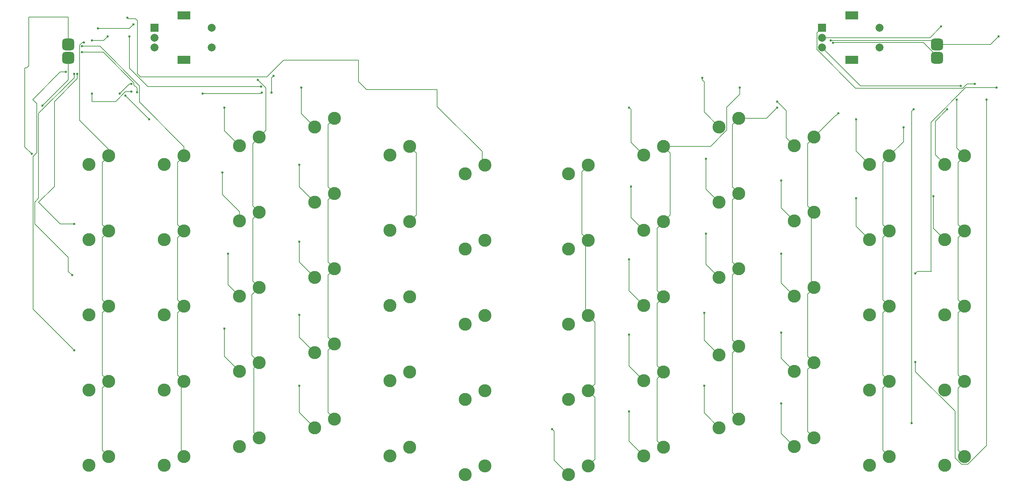
<source format=gbr>
%TF.GenerationSoftware,KiCad,Pcbnew,9.0.5*%
%TF.CreationDate,2025-12-19T18:50:02-08:00*%
%TF.ProjectId,bluekeeb,626c7565-6b65-4656-922e-6b696361645f,rev?*%
%TF.SameCoordinates,Original*%
%TF.FileFunction,Copper,L2,Bot*%
%TF.FilePolarity,Positive*%
%FSLAX46Y46*%
G04 Gerber Fmt 4.6, Leading zero omitted, Abs format (unit mm)*
G04 Created by KiCad (PCBNEW 9.0.5) date 2025-12-19 18:50:02*
%MOMM*%
%LPD*%
G01*
G04 APERTURE LIST*
G04 Aperture macros list*
%AMRoundRect*
0 Rectangle with rounded corners*
0 $1 Rounding radius*
0 $2 $3 $4 $5 $6 $7 $8 $9 X,Y pos of 4 corners*
0 Add a 4 corners polygon primitive as box body*
4,1,4,$2,$3,$4,$5,$6,$7,$8,$9,$2,$3,0*
0 Add four circle primitives for the rounded corners*
1,1,$1+$1,$2,$3*
1,1,$1+$1,$4,$5*
1,1,$1+$1,$6,$7*
1,1,$1+$1,$8,$9*
0 Add four rect primitives between the rounded corners*
20,1,$1+$1,$2,$3,$4,$5,0*
20,1,$1+$1,$4,$5,$6,$7,0*
20,1,$1+$1,$6,$7,$8,$9,0*
20,1,$1+$1,$8,$9,$2,$3,0*%
G04 Aperture macros list end*
%TA.AperFunction,ComponentPad*%
%ADD10RoundRect,0.750000X0.750000X0.750000X-0.750000X0.750000X-0.750000X-0.750000X0.750000X-0.750000X0*%
%TD*%
%TA.AperFunction,ComponentPad*%
%ADD11R,2.000000X2.000000*%
%TD*%
%TA.AperFunction,ComponentPad*%
%ADD12C,2.000000*%
%TD*%
%TA.AperFunction,ComponentPad*%
%ADD13R,3.200000X2.000000*%
%TD*%
%TA.AperFunction,ComponentPad*%
%ADD14C,3.300000*%
%TD*%
%TA.AperFunction,ViaPad*%
%ADD15C,0.600000*%
%TD*%
%TA.AperFunction,Conductor*%
%ADD16C,0.200000*%
%TD*%
G04 APERTURE END LIST*
D10*
%TO.P,U2,16,GND*%
%TO.N,GND*%
X260000000Y-25500000D03*
%TO.P,U2,15,BAT*%
%TO.N,/right/vbat*%
X260000000Y-28900000D03*
%TD*%
D11*
%TO.P,SW62,A,A*%
%TO.N,Net-(U2-NFC1)*%
X230875000Y-21312500D03*
D12*
%TO.P,SW62,B,B*%
%TO.N,Net-(U2-NFC2)*%
X230875000Y-26312500D03*
%TO.P,SW62,C,C*%
%TO.N,Net-(SW62-PadC)*%
X230875000Y-23812500D03*
D13*
%TO.P,SW62,MP*%
%TO.N,N/C*%
X238375000Y-18212500D03*
X238375000Y-29412500D03*
D12*
%TO.P,SW62,S1*%
X245375000Y-26312500D03*
%TO.P,SW62,S2*%
X245375000Y-21312500D03*
%TD*%
D11*
%TO.P,SW61,A,A*%
%TO.N,Net-(U1-NFC1)*%
X61806250Y-21312500D03*
D12*
%TO.P,SW61,B,B*%
%TO.N,Net-(U1-NFC2)*%
X61806250Y-26312500D03*
%TO.P,SW61,C,C*%
%TO.N,Net-(SW61-PadC)*%
X61806250Y-23812500D03*
D13*
%TO.P,SW61,MP*%
%TO.N,N/C*%
X69306250Y-18212500D03*
X69306250Y-29412500D03*
D12*
%TO.P,SW61,S1*%
X76306250Y-26312500D03*
%TO.P,SW61,S2*%
X76306250Y-21312500D03*
%TD*%
D14*
%TO.P,SW1,1,1*%
%TO.N,/left/col0*%
X50243750Y-53756250D03*
%TO.P,SW1,2,2*%
%TO.N,Net-(D1-A)*%
X45243750Y-55956250D03*
%TD*%
%TO.P,SW2,1,1*%
%TO.N,/right/col0*%
X171687500Y-56137500D03*
%TO.P,SW2,2,2*%
%TO.N,Net-(D2-A)*%
X166687500Y-58337500D03*
%TD*%
%TO.P,SW3,1,1*%
%TO.N,/left/col1*%
X69293750Y-53756250D03*
%TO.P,SW3,2,2*%
%TO.N,Net-(D3-A)*%
X64293750Y-55956250D03*
%TD*%
%TO.P,SW4,1,1*%
%TO.N,/right/col1*%
X190737500Y-51375000D03*
%TO.P,SW4,2,2*%
%TO.N,Net-(D4-A)*%
X185737500Y-53575000D03*
%TD*%
%TO.P,SW5,1,1*%
%TO.N,/left/col2*%
X88343750Y-48993750D03*
%TO.P,SW5,2,2*%
%TO.N,Net-(D5-A)*%
X83343750Y-51193750D03*
%TD*%
%TO.P,SW6,1,1*%
%TO.N,/right/col2*%
X209787500Y-44231250D03*
%TO.P,SW6,2,2*%
%TO.N,Net-(D6-A)*%
X204787500Y-46431250D03*
%TD*%
%TO.P,SW7,1,1*%
%TO.N,/left/col3*%
X107393750Y-44231250D03*
%TO.P,SW7,2,2*%
%TO.N,Net-(D7-A)*%
X102393750Y-46431250D03*
%TD*%
%TO.P,SW8,1,1*%
%TO.N,/right/col3*%
X228837500Y-48993750D03*
%TO.P,SW8,2,2*%
%TO.N,Net-(D8-A)*%
X223837500Y-51193750D03*
%TD*%
%TO.P,SW9,1,1*%
%TO.N,/left/col4*%
X126443750Y-51375000D03*
%TO.P,SW9,2,2*%
%TO.N,Net-(D9-A)*%
X121443750Y-53575000D03*
%TD*%
%TO.P,SW10,1,1*%
%TO.N,/right/col4*%
X247887500Y-53756250D03*
%TO.P,SW10,2,2*%
%TO.N,Net-(D10-A)*%
X242887500Y-55956250D03*
%TD*%
%TO.P,SW11,1,1*%
%TO.N,/left/col5*%
X145493750Y-56137500D03*
%TO.P,SW11,2,2*%
%TO.N,Net-(D11-A)*%
X140493750Y-58337500D03*
%TD*%
%TO.P,SW12,1,1*%
%TO.N,/right/col5*%
X266937500Y-53756250D03*
%TO.P,SW12,2,2*%
%TO.N,Net-(D12-A)*%
X261937500Y-55956250D03*
%TD*%
%TO.P,SW13,1,1*%
%TO.N,/left/col0*%
X50243750Y-72806250D03*
%TO.P,SW13,2,2*%
%TO.N,Net-(D13-A)*%
X45243750Y-75006250D03*
%TD*%
%TO.P,SW14,1,1*%
%TO.N,/right/col0*%
X171687500Y-75187500D03*
%TO.P,SW14,2,2*%
%TO.N,Net-(D14-A)*%
X166687500Y-77387500D03*
%TD*%
%TO.P,SW15,1,1*%
%TO.N,/left/col0*%
X50243750Y-91856250D03*
%TO.P,SW15,2,2*%
%TO.N,Net-(D15-A)*%
X45243750Y-94056250D03*
%TD*%
%TO.P,SW16,1,1*%
%TO.N,/right/col0*%
X171687500Y-94237500D03*
%TO.P,SW16,2,2*%
%TO.N,Net-(D16-A)*%
X166687500Y-96437500D03*
%TD*%
%TO.P,SW17,1,1*%
%TO.N,/left/col0*%
X50243750Y-110906250D03*
%TO.P,SW17,2,2*%
%TO.N,Net-(D17-A)*%
X45243750Y-113106250D03*
%TD*%
%TO.P,SW18,1,1*%
%TO.N,/right/col0*%
X171687500Y-113287500D03*
%TO.P,SW18,2,2*%
%TO.N,Net-(D18-A)*%
X166687500Y-115487500D03*
%TD*%
%TO.P,SW19,1,1*%
%TO.N,/left/col0*%
X50243750Y-129956250D03*
%TO.P,SW19,2,2*%
%TO.N,Net-(D19-A)*%
X45243750Y-132156250D03*
%TD*%
%TO.P,SW20,1,1*%
%TO.N,/right/col0*%
X171687500Y-132337500D03*
%TO.P,SW20,2,2*%
%TO.N,Net-(D20-A)*%
X166687500Y-134537500D03*
%TD*%
%TO.P,SW21,1,1*%
%TO.N,/left/col1*%
X69293750Y-72806250D03*
%TO.P,SW21,2,2*%
%TO.N,Net-(D21-A)*%
X64293750Y-75006250D03*
%TD*%
%TO.P,SW22,1,1*%
%TO.N,/right/col1*%
X190737500Y-70425000D03*
%TO.P,SW22,2,2*%
%TO.N,Net-(D22-A)*%
X185737500Y-72625000D03*
%TD*%
%TO.P,SW23,1,1*%
%TO.N,/left/col1*%
X69293750Y-91856250D03*
%TO.P,SW23,2,2*%
%TO.N,Net-(D23-A)*%
X64293750Y-94056250D03*
%TD*%
%TO.P,SW24,1,1*%
%TO.N,/right/col1*%
X190737500Y-89475000D03*
%TO.P,SW24,2,2*%
%TO.N,Net-(D24-A)*%
X185737500Y-91675000D03*
%TD*%
%TO.P,SW25,1,1*%
%TO.N,/left/col1*%
X69293750Y-110906250D03*
%TO.P,SW25,2,2*%
%TO.N,Net-(D25-A)*%
X64293750Y-113106250D03*
%TD*%
%TO.P,SW26,1,1*%
%TO.N,/right/col1*%
X190737500Y-108525000D03*
%TO.P,SW26,2,2*%
%TO.N,Net-(D26-A)*%
X185737500Y-110725000D03*
%TD*%
%TO.P,SW27,1,1*%
%TO.N,/left/col1*%
X69293750Y-129956250D03*
%TO.P,SW27,2,2*%
%TO.N,Net-(D27-A)*%
X64293750Y-132156250D03*
%TD*%
%TO.P,SW28,1,1*%
%TO.N,/right/col1*%
X190737500Y-127575000D03*
%TO.P,SW28,2,2*%
%TO.N,Net-(D28-A)*%
X185737500Y-129775000D03*
%TD*%
%TO.P,SW29,1,1*%
%TO.N,/left/col2*%
X88343750Y-68043750D03*
%TO.P,SW29,2,2*%
%TO.N,Net-(D29-A)*%
X83343750Y-70243750D03*
%TD*%
%TO.P,SW30,1,1*%
%TO.N,/right/col2*%
X209787500Y-63281250D03*
%TO.P,SW30,2,2*%
%TO.N,Net-(D30-A)*%
X204787500Y-65481250D03*
%TD*%
%TO.P,SW31,1,1*%
%TO.N,/left/col2*%
X88343750Y-87093750D03*
%TO.P,SW31,2,2*%
%TO.N,Net-(D31-A)*%
X83343750Y-89293750D03*
%TD*%
%TO.P,SW32,1,1*%
%TO.N,/right/col2*%
X209787500Y-82331250D03*
%TO.P,SW32,2,2*%
%TO.N,Net-(D32-A)*%
X204787500Y-84531250D03*
%TD*%
%TO.P,SW33,1,1*%
%TO.N,/left/col2*%
X88343750Y-106143750D03*
%TO.P,SW33,2,2*%
%TO.N,Net-(D33-A)*%
X83343750Y-108343750D03*
%TD*%
%TO.P,SW34,1,1*%
%TO.N,/right/col2*%
X209787500Y-102018750D03*
%TO.P,SW34,2,2*%
%TO.N,Net-(D34-A)*%
X204787500Y-104218750D03*
%TD*%
%TO.P,SW35,1,1*%
%TO.N,/left/col2*%
X88343750Y-125193750D03*
%TO.P,SW35,2,2*%
%TO.N,Net-(D35-A)*%
X83343750Y-127393750D03*
%TD*%
%TO.P,SW36,1,1*%
%TO.N,/right/col2*%
X209787500Y-120431250D03*
%TO.P,SW36,2,2*%
%TO.N,Net-(D36-A)*%
X204787500Y-122631250D03*
%TD*%
%TO.P,SW37,1,1*%
%TO.N,/left/col3*%
X107393750Y-63281250D03*
%TO.P,SW37,2,2*%
%TO.N,Net-(D37-A)*%
X102393750Y-65481250D03*
%TD*%
%TO.P,SW38,1,1*%
%TO.N,/right/col3*%
X228837500Y-68043750D03*
%TO.P,SW38,2,2*%
%TO.N,Net-(D38-A)*%
X223837500Y-70243750D03*
%TD*%
%TO.P,SW39,1,1*%
%TO.N,/left/col3*%
X107393750Y-82331250D03*
%TO.P,SW39,2,2*%
%TO.N,Net-(D39-A)*%
X102393750Y-84531250D03*
%TD*%
%TO.P,SW40,1,1*%
%TO.N,/right/col3*%
X228837500Y-87093750D03*
%TO.P,SW40,2,2*%
%TO.N,Net-(D40-A)*%
X223837500Y-89293750D03*
%TD*%
%TO.P,SW41,1,1*%
%TO.N,/left/col3*%
X107393750Y-101381250D03*
%TO.P,SW41,2,2*%
%TO.N,Net-(D41-A)*%
X102393750Y-103581250D03*
%TD*%
%TO.P,SW42,1,1*%
%TO.N,/right/col3*%
X228837500Y-106143750D03*
%TO.P,SW42,2,2*%
%TO.N,Net-(D42-A)*%
X223837500Y-108343750D03*
%TD*%
%TO.P,SW43,1,1*%
%TO.N,/left/col3*%
X107393750Y-120431250D03*
%TO.P,SW43,2,2*%
%TO.N,Net-(D43-A)*%
X102393750Y-122631250D03*
%TD*%
%TO.P,SW44,1,1*%
%TO.N,/right/col3*%
X228837500Y-125193750D03*
%TO.P,SW44,2,2*%
%TO.N,Net-(D44-A)*%
X223837500Y-127393750D03*
%TD*%
%TO.P,SW45,1,1*%
%TO.N,/left/col4*%
X126443750Y-70425000D03*
%TO.P,SW45,2,2*%
%TO.N,Net-(D45-A)*%
X121443750Y-72625000D03*
%TD*%
%TO.P,SW46,1,1*%
%TO.N,/right/col4*%
X247887500Y-72806250D03*
%TO.P,SW46,2,2*%
%TO.N,Net-(D46-A)*%
X242887500Y-75006250D03*
%TD*%
%TO.P,SW47,1,1*%
%TO.N,/left/col4*%
X126443750Y-89475000D03*
%TO.P,SW47,2,2*%
%TO.N,Net-(D47-A)*%
X121443750Y-91675000D03*
%TD*%
%TO.P,SW48,1,1*%
%TO.N,/right/col4*%
X247887500Y-91856250D03*
%TO.P,SW48,2,2*%
%TO.N,Net-(D48-A)*%
X242887500Y-94056250D03*
%TD*%
%TO.P,SW49,1,1*%
%TO.N,/left/col4*%
X126443750Y-108525000D03*
%TO.P,SW49,2,2*%
%TO.N,Net-(D49-A)*%
X121443750Y-110725000D03*
%TD*%
%TO.P,SW50,1,1*%
%TO.N,/right/col4*%
X247887500Y-110906250D03*
%TO.P,SW50,2,2*%
%TO.N,Net-(D50-A)*%
X242887500Y-113106250D03*
%TD*%
%TO.P,SW51,1,1*%
%TO.N,/left/col4*%
X126443750Y-127575000D03*
%TO.P,SW51,2,2*%
%TO.N,Net-(D51-A)*%
X121443750Y-129775000D03*
%TD*%
%TO.P,SW52,1,1*%
%TO.N,/right/col4*%
X247887500Y-129956250D03*
%TO.P,SW52,2,2*%
%TO.N,Net-(D52-A)*%
X242887500Y-132156250D03*
%TD*%
%TO.P,SW53,1,1*%
%TO.N,/left/col5*%
X145493750Y-75187500D03*
%TO.P,SW53,2,2*%
%TO.N,Net-(D53-A)*%
X140493750Y-77387500D03*
%TD*%
%TO.P,SW54,1,1*%
%TO.N,/right/col5*%
X266937500Y-72806250D03*
%TO.P,SW54,2,2*%
%TO.N,Net-(D54-A)*%
X261937500Y-75006250D03*
%TD*%
%TO.P,SW55,1,1*%
%TO.N,/left/col5*%
X145493750Y-94237500D03*
%TO.P,SW55,2,2*%
%TO.N,Net-(D55-A)*%
X140493750Y-96437500D03*
%TD*%
%TO.P,SW56,1,1*%
%TO.N,/right/col5*%
X266937500Y-91856250D03*
%TO.P,SW56,2,2*%
%TO.N,Net-(D56-A)*%
X261937500Y-94056250D03*
%TD*%
%TO.P,SW57,1,1*%
%TO.N,/left/col5*%
X145493750Y-113287500D03*
%TO.P,SW57,2,2*%
%TO.N,Net-(D57-A)*%
X140493750Y-115487500D03*
%TD*%
%TO.P,SW58,1,1*%
%TO.N,/right/col5*%
X266937500Y-110906250D03*
%TO.P,SW58,2,2*%
%TO.N,Net-(D58-A)*%
X261937500Y-113106250D03*
%TD*%
%TO.P,SW59,1,1*%
%TO.N,/left/col5*%
X145493750Y-132337500D03*
%TO.P,SW59,2,2*%
%TO.N,Net-(D59-A)*%
X140493750Y-134537500D03*
%TD*%
%TO.P,SW60,1,1*%
%TO.N,/right/col5*%
X266937500Y-129956250D03*
%TO.P,SW60,2,2*%
%TO.N,Net-(D60-A)*%
X261937500Y-132156250D03*
%TD*%
D10*
%TO.P,U1,15,BAT*%
%TO.N,/left/vbat*%
X40000000Y-28900000D03*
%TO.P,U1,16,GND*%
%TO.N,GND*%
X40000000Y-25500000D03*
%TD*%
D15*
%TO.N,/left/vbat*%
X92000000Y-33500000D03*
X91500000Y-37701000D03*
X74000000Y-38000000D03*
X89000000Y-37701000D03*
X57400000Y-37615628D03*
X43500000Y-27500000D03*
%TO.N,GND*%
X88825735Y-36174265D03*
X55500000Y-23500000D03*
X275500000Y-23500000D03*
%TO.N,/right/vbat*%
X233600000Y-25114579D03*
%TO.N,GND*%
X233000000Y-24500000D03*
%TO.N,Net-(U2-NFC1)*%
X269500000Y-35500000D03*
%TO.N,Net-(SW62-PadC)*%
X261000000Y-21000000D03*
%TO.N,Net-(U2-NFC2)*%
X266000000Y-36000000D03*
%TO.N,Net-(SW61-PadC)*%
X56500000Y-20500000D03*
X47500000Y-21500000D03*
%TO.N,Net-(U1-NFC1)*%
X46000000Y-38000000D03*
X56000000Y-37500000D03*
%TO.N,Net-(U1-NFC2)*%
X53000000Y-38000000D03*
X56000000Y-35500000D03*
%TO.N,Net-(D12-A)*%
X262500000Y-42000000D03*
%TO.N,Net-(D24-A)*%
X182000000Y-80000000D03*
%TO.N,Net-(D26-A)*%
X182000000Y-99000000D03*
%TO.N,Net-(D34-A)*%
X201000000Y-93500000D03*
%TO.N,Net-(D42-A)*%
X220500000Y-98500000D03*
%TO.N,Net-(D40-A)*%
X220500000Y-78500000D03*
%TO.N,Net-(D32-A)*%
X201500000Y-73500000D03*
%TO.N,/right/row3*%
X254500000Y-106000000D03*
X272500000Y-39500000D03*
%TO.N,/right/row2*%
X254500000Y-83500000D03*
X275000000Y-36500000D03*
%TO.N,/right/col5*%
X265000000Y-39500000D03*
%TO.N,/right/row4*%
X253500000Y-121500000D03*
X254000000Y-42000000D03*
%TO.N,/right/col4*%
X251500000Y-46500000D03*
%TO.N,/right/col3*%
X235000000Y-43000000D03*
%TO.N,/right/col2*%
X219500000Y-41500000D03*
%TO.N,/right/col1*%
X210000000Y-36500000D03*
%TO.N,Net-(D20-A)*%
X162500000Y-123000000D03*
%TO.N,Net-(D28-A)*%
X182000000Y-118500000D03*
%TO.N,Net-(D36-A)*%
X201000000Y-112000000D03*
%TO.N,Net-(D44-A)*%
X220500000Y-116500000D03*
%TO.N,Net-(D46-A)*%
X239500000Y-64500000D03*
%TO.N,Net-(D38-A)*%
X220500000Y-60000000D03*
%TO.N,Net-(D30-A)*%
X201500000Y-54500000D03*
%TO.N,Net-(D22-A)*%
X182500000Y-61500000D03*
%TO.N,Net-(D4-A)*%
X182000000Y-41500000D03*
%TO.N,Net-(D6-A)*%
X200500000Y-34000000D03*
%TO.N,Net-(D8-A)*%
X219500000Y-40000000D03*
%TO.N,Net-(D10-A)*%
X239500000Y-44500000D03*
%TO.N,Net-(D54-A)*%
X259000000Y-64000000D03*
%TO.N,GND*%
X50000000Y-23500000D03*
X46000000Y-24500000D03*
%TO.N,/left/row3*%
X41500000Y-103000000D03*
X39400000Y-32500000D03*
%TO.N,/left/row2*%
X41000000Y-84000000D03*
X41498997Y-33000000D03*
%TO.N,/left/row1*%
X41500000Y-71000000D03*
X42299000Y-33000000D03*
%TO.N,/left/row0*%
X60500000Y-44500000D03*
X54500000Y-38500000D03*
%TO.N,/left/vbat*%
X33500000Y-41000000D03*
%TO.N,GND*%
X30750000Y-53250000D03*
%TO.N,/left/col0*%
X44000000Y-25000000D03*
%TO.N,/left/col1*%
X43500000Y-26000000D03*
%TO.N,/left/col2*%
X88000000Y-34500000D03*
%TO.N,Net-(D33-A)*%
X79500000Y-97500000D03*
%TO.N,Net-(D31-A)*%
X80500000Y-78500000D03*
%TO.N,Net-(D29-A)*%
X79000000Y-58000000D03*
%TO.N,Net-(D43-A)*%
X98500000Y-112000000D03*
%TO.N,Net-(D41-A)*%
X98500000Y-94000000D03*
%TO.N,Net-(D39-A)*%
X98500000Y-75500000D03*
%TO.N,Net-(D37-A)*%
X98500000Y-56000000D03*
%TO.N,Net-(D7-A)*%
X99000000Y-36500000D03*
%TO.N,Net-(D5-A)*%
X79500000Y-41500000D03*
%TO.N,/left/col5*%
X55000000Y-18800000D03*
%TD*%
D16*
%TO.N,/left/vbat*%
X91500000Y-34000000D02*
X92000000Y-33500000D01*
X91500000Y-37701000D02*
X91500000Y-34000000D01*
X88701000Y-38000000D02*
X89000000Y-37701000D01*
X74000000Y-38000000D02*
X88701000Y-38000000D01*
X56601000Y-35748943D02*
X56601000Y-35251057D01*
X48849943Y-27500000D02*
X43500000Y-27500000D01*
X57400000Y-36547943D02*
X56601000Y-35748943D01*
X56601000Y-35251057D02*
X48849943Y-27500000D01*
X57400000Y-37615628D02*
X57400000Y-36547943D01*
%TO.N,GND*%
X60137227Y-36174265D02*
X88825735Y-36174265D01*
X55500000Y-31537038D02*
X60137227Y-36174265D01*
X55500000Y-23500000D02*
X55500000Y-31537038D01*
X273500000Y-25500000D02*
X275500000Y-23500000D01*
X260000000Y-25500000D02*
X273500000Y-25500000D01*
%TO.N,/right/vbat*%
X233714579Y-25000000D02*
X233600000Y-25114579D01*
X256500000Y-25000000D02*
X233714579Y-25000000D01*
X260000000Y-28500000D02*
X256500000Y-25000000D01*
X260000000Y-28900000D02*
X260000000Y-28500000D01*
%TO.N,GND*%
X259000000Y-24500000D02*
X233000000Y-24500000D01*
X260000000Y-25500000D02*
X259000000Y-24500000D01*
%TO.N,Net-(U2-NFC1)*%
X267582957Y-35500000D02*
X269500000Y-35500000D01*
X266481957Y-36601000D02*
X267582957Y-35500000D01*
X239323608Y-36601000D02*
X266481957Y-36601000D01*
X229574000Y-26851392D02*
X239323608Y-36601000D01*
X229574000Y-22613500D02*
X229574000Y-26851392D01*
X230875000Y-21312500D02*
X229574000Y-22613500D01*
%TO.N,Net-(SW62-PadC)*%
X258187500Y-23812500D02*
X261000000Y-21000000D01*
X230875000Y-23812500D02*
X258187500Y-23812500D01*
%TO.N,Net-(U2-NFC2)*%
X230875000Y-26312500D02*
X240562500Y-36000000D01*
X240562500Y-36000000D02*
X266000000Y-36000000D01*
%TO.N,Net-(SW61-PadC)*%
X56500000Y-20500000D02*
X55500000Y-21500000D01*
X55500000Y-21500000D02*
X47500000Y-21500000D01*
%TO.N,Net-(U1-NFC1)*%
X52000000Y-40000000D02*
X46000000Y-40000000D01*
X46000000Y-40000000D02*
X46000000Y-38000000D01*
X56000000Y-37500000D02*
X54500000Y-37500000D01*
X54500000Y-37500000D02*
X52000000Y-40000000D01*
%TO.N,Net-(U1-NFC2)*%
X55500000Y-35500000D02*
X53000000Y-38000000D01*
X56000000Y-35500000D02*
X55500000Y-35500000D01*
%TO.N,/left/col1*%
X48000000Y-26000000D02*
X43500000Y-26000000D01*
X58000000Y-40129048D02*
X58000000Y-36000000D01*
X69293750Y-51422798D02*
X58000000Y-40129048D01*
X69293750Y-53756250D02*
X69293750Y-51422798D01*
X58000000Y-36000000D02*
X48000000Y-26000000D01*
%TO.N,Net-(D12-A)*%
X259500000Y-45000000D02*
X262500000Y-42000000D01*
X259500000Y-53518750D02*
X259500000Y-45000000D01*
X261937500Y-55956250D02*
X259500000Y-53518750D01*
%TO.N,/left/col4*%
X128144750Y-53076000D02*
X126443750Y-51375000D01*
X128144750Y-68724000D02*
X128144750Y-53076000D01*
X126443750Y-70425000D02*
X128144750Y-68724000D01*
%TO.N,Net-(D24-A)*%
X182000000Y-87937500D02*
X182000000Y-80000000D01*
X185737500Y-91675000D02*
X182000000Y-87937500D01*
%TO.N,Net-(D26-A)*%
X182000000Y-106987500D02*
X182000000Y-99000000D01*
X185737500Y-110725000D02*
X182000000Y-106987500D01*
%TO.N,Net-(D34-A)*%
X201000000Y-100431250D02*
X201000000Y-93500000D01*
X204787500Y-104218750D02*
X201000000Y-100431250D01*
%TO.N,Net-(D42-A)*%
X220500000Y-105006250D02*
X220500000Y-98500000D01*
X223837500Y-108343750D02*
X220500000Y-105006250D01*
%TO.N,Net-(D40-A)*%
X220500000Y-85956250D02*
X220500000Y-78500000D01*
X223837500Y-89293750D02*
X220500000Y-85956250D01*
%TO.N,Net-(D32-A)*%
X201500000Y-81243750D02*
X201500000Y-73500000D01*
X204787500Y-84531250D02*
X201500000Y-81243750D01*
%TO.N,/right/row3*%
X254500000Y-108427881D02*
X254500000Y-106000000D01*
X264500000Y-118427881D02*
X254500000Y-108427881D01*
X264500000Y-130277881D02*
X264500000Y-118427881D01*
X266129369Y-131907250D02*
X264500000Y-130277881D01*
X272500000Y-127152881D02*
X267745631Y-131907250D01*
X267745631Y-131907250D02*
X266129369Y-131907250D01*
X272500000Y-39500000D02*
X272500000Y-127152881D01*
%TO.N,/right/row2*%
X255000000Y-83000000D02*
X254500000Y-83500000D01*
X258500000Y-83000000D02*
X255000000Y-83000000D01*
X267150057Y-36500000D02*
X258399000Y-45251057D01*
X258399000Y-45251057D02*
X258399000Y-82899000D01*
X275000000Y-36500000D02*
X267150057Y-36500000D01*
X258399000Y-82899000D02*
X258500000Y-83000000D01*
%TO.N,/right/col5*%
X265000000Y-39500000D02*
X265000000Y-51818750D01*
X265000000Y-51818750D02*
X266937500Y-53756250D01*
%TO.N,/right/row4*%
X254000000Y-42000000D02*
X253500000Y-42500000D01*
X253500000Y-42500000D02*
X253500000Y-121500000D01*
%TO.N,/right/col4*%
X251500000Y-46500000D02*
X251500000Y-50143750D01*
X251500000Y-50143750D02*
X247887500Y-53756250D01*
%TO.N,/right/col3*%
X235000000Y-43000000D02*
X234500000Y-43500000D01*
X234331250Y-43500000D02*
X228837500Y-48993750D01*
X234500000Y-43500000D02*
X234331250Y-43500000D01*
%TO.N,/right/col2*%
X216768750Y-44231250D02*
X209787500Y-44231250D01*
X219500000Y-41500000D02*
X216768750Y-44231250D01*
%TO.N,/right/col1*%
X202602881Y-51375000D02*
X190737500Y-51375000D01*
X206738500Y-47239381D02*
X202602881Y-51375000D01*
X206738500Y-41430802D02*
X206738500Y-47239381D01*
X210000000Y-38169302D02*
X206738500Y-41430802D01*
X210000000Y-36500000D02*
X210000000Y-38169302D01*
%TO.N,/right/col5*%
X265287500Y-128306250D02*
X266937500Y-129956250D01*
X265287500Y-112556250D02*
X265287500Y-128306250D01*
X266937500Y-110906250D02*
X265287500Y-112556250D01*
X265287500Y-93506250D02*
X265287500Y-109256250D01*
X265287500Y-109256250D02*
X266937500Y-110906250D01*
X266937500Y-91856250D02*
X265287500Y-93506250D01*
X265287500Y-90206250D02*
X266937500Y-91856250D01*
X265287500Y-74456250D02*
X265287500Y-90206250D01*
X266937500Y-72806250D02*
X265287500Y-74456250D01*
X265287500Y-55406250D02*
X265287500Y-71156250D01*
X265287500Y-71156250D02*
X266937500Y-72806250D01*
X266937500Y-53756250D02*
X265287500Y-55406250D01*
%TO.N,/right/col4*%
X246237500Y-55406250D02*
X247887500Y-53756250D01*
X246237500Y-71156250D02*
X246237500Y-55406250D01*
X247887500Y-72806250D02*
X246237500Y-71156250D01*
X246237500Y-74456250D02*
X247887500Y-72806250D01*
X246237500Y-90206250D02*
X246237500Y-74456250D01*
X247887500Y-91856250D02*
X246237500Y-90206250D01*
X246237500Y-109256250D02*
X246237500Y-93506250D01*
X246237500Y-93506250D02*
X247887500Y-91856250D01*
X247887500Y-110906250D02*
X246237500Y-109256250D01*
X246237500Y-128306250D02*
X247887500Y-129956250D01*
X247887500Y-110906250D02*
X246237500Y-112556250D01*
X246237500Y-112556250D02*
X246237500Y-128306250D01*
%TO.N,/right/col3*%
X227187500Y-107793750D02*
X228837500Y-106143750D01*
X227187500Y-123543750D02*
X227187500Y-107793750D01*
X228837500Y-125193750D02*
X227187500Y-123543750D01*
X227187500Y-88743750D02*
X228837500Y-87093750D01*
X227187500Y-104493750D02*
X227187500Y-88743750D01*
X228837500Y-106143750D02*
X227187500Y-104493750D01*
X228136500Y-86392750D02*
X228837500Y-87093750D01*
X228837500Y-68043750D02*
X228136500Y-68744750D01*
X228136500Y-68744750D02*
X228136500Y-86392750D01*
X227187500Y-66393750D02*
X228837500Y-68043750D01*
X227187500Y-50643750D02*
X227187500Y-66393750D01*
X228837500Y-48993750D02*
X227187500Y-50643750D01*
%TO.N,/right/col2*%
X208137500Y-45881250D02*
X209787500Y-44231250D01*
X208137500Y-61631250D02*
X208137500Y-45881250D01*
X209787500Y-63281250D02*
X208137500Y-61631250D01*
X208137500Y-80681250D02*
X208137500Y-64931250D01*
X209787500Y-82331250D02*
X208137500Y-80681250D01*
X208137500Y-64931250D02*
X209787500Y-63281250D01*
X208137500Y-100368750D02*
X208137500Y-83981250D01*
X209787500Y-102018750D02*
X208137500Y-100368750D01*
X208137500Y-83981250D02*
X209787500Y-82331250D01*
X208137500Y-118781250D02*
X208137500Y-103668750D01*
X209787500Y-120431250D02*
X208137500Y-118781250D01*
X208137500Y-103668750D02*
X209787500Y-102018750D01*
%TO.N,/right/col1*%
X189087500Y-125925000D02*
X190737500Y-127575000D01*
X189087500Y-110175000D02*
X189087500Y-125925000D01*
X190737500Y-108525000D02*
X189087500Y-110175000D01*
X189087500Y-91125000D02*
X189087500Y-106875000D01*
X189087500Y-106875000D02*
X190737500Y-108525000D01*
X190737500Y-89475000D02*
X189087500Y-91125000D01*
X189087500Y-87825000D02*
X190737500Y-89475000D01*
X189087500Y-72075000D02*
X189087500Y-87825000D01*
X190737500Y-70425000D02*
X189087500Y-72075000D01*
X192438500Y-53076000D02*
X192438500Y-68724000D01*
X190737500Y-51375000D02*
X192438500Y-53076000D01*
X192438500Y-68724000D02*
X190737500Y-70425000D01*
%TO.N,/right/col0*%
X170037500Y-57787500D02*
X171687500Y-56137500D01*
X170037500Y-73537500D02*
X170037500Y-57787500D01*
X171687500Y-75187500D02*
X170037500Y-73537500D01*
X170986500Y-93536500D02*
X170986500Y-75888500D01*
X170986500Y-75888500D02*
X171687500Y-75187500D01*
X171687500Y-94237500D02*
X170986500Y-93536500D01*
X173388500Y-111586500D02*
X173388500Y-95938500D01*
X173388500Y-95938500D02*
X171687500Y-94237500D01*
X171687500Y-113287500D02*
X173388500Y-111586500D01*
X173388500Y-114988500D02*
X171687500Y-113287500D01*
X173388500Y-130636500D02*
X173388500Y-114988500D01*
X171687500Y-132337500D02*
X173388500Y-130636500D01*
%TO.N,Net-(D20-A)*%
X163000000Y-123500000D02*
X162500000Y-123000000D01*
X166687500Y-134537500D02*
X163000000Y-130850000D01*
X163000000Y-130850000D02*
X163000000Y-123500000D01*
%TO.N,Net-(D28-A)*%
X182000000Y-126037500D02*
X182000000Y-118500000D01*
X185737500Y-129775000D02*
X182000000Y-126037500D01*
%TO.N,Net-(D36-A)*%
X201000000Y-118843750D02*
X201000000Y-112000000D01*
X204787500Y-122631250D02*
X201000000Y-118843750D01*
%TO.N,Net-(D44-A)*%
X220500000Y-124056250D02*
X220500000Y-116500000D01*
X223837500Y-127393750D02*
X220500000Y-124056250D01*
%TO.N,Net-(D46-A)*%
X239500000Y-71618750D02*
X239500000Y-64500000D01*
X242887500Y-75006250D02*
X239500000Y-71618750D01*
%TO.N,Net-(D38-A)*%
X220500000Y-66906250D02*
X220500000Y-60000000D01*
X223837500Y-70243750D02*
X220500000Y-66906250D01*
%TO.N,Net-(D30-A)*%
X201500000Y-62193750D02*
X201500000Y-54500000D01*
X204787500Y-65481250D02*
X201500000Y-62193750D01*
%TO.N,Net-(D22-A)*%
X182500000Y-69387500D02*
X182500000Y-61500000D01*
X185737500Y-72625000D02*
X182500000Y-69387500D01*
%TO.N,Net-(D4-A)*%
X182500000Y-42000000D02*
X182000000Y-41500000D01*
X182500000Y-50337500D02*
X182500000Y-42000000D01*
X185737500Y-53575000D02*
X182500000Y-50337500D01*
%TO.N,Net-(D6-A)*%
X200500000Y-34500000D02*
X200500000Y-34000000D01*
X201000000Y-42643750D02*
X201000000Y-35000000D01*
X201000000Y-35000000D02*
X200500000Y-34500000D01*
X204787500Y-46431250D02*
X201000000Y-42643750D01*
%TO.N,Net-(D8-A)*%
X221786500Y-42286500D02*
X219500000Y-40000000D01*
X221786500Y-49142750D02*
X221786500Y-42286500D01*
X223837500Y-51193750D02*
X221786500Y-49142750D01*
%TO.N,Net-(D10-A)*%
X239500000Y-52568750D02*
X239500000Y-44500000D01*
X242887500Y-55956250D02*
X239500000Y-52568750D01*
%TO.N,Net-(D54-A)*%
X259000000Y-72068750D02*
X259000000Y-64000000D01*
X261937500Y-75006250D02*
X259000000Y-72068750D01*
%TO.N,GND*%
X49000000Y-24500000D02*
X50000000Y-23500000D01*
X46000000Y-24500000D02*
X49000000Y-24500000D01*
%TO.N,/left/row3*%
X31099000Y-92599000D02*
X41500000Y-103000000D01*
X31099000Y-53901000D02*
X31099000Y-92599000D01*
X32000000Y-53000000D02*
X31099000Y-53901000D01*
%TO.N,GND*%
X40000000Y-18601000D02*
X40000000Y-25500000D01*
X29500000Y-31500000D02*
X30000000Y-31000000D01*
X30000000Y-31000000D02*
X30000000Y-18601000D01*
X29000000Y-31500000D02*
X29500000Y-31500000D01*
X30750000Y-53250000D02*
X29000000Y-51500000D01*
X29000000Y-51500000D02*
X29000000Y-31500000D01*
X30000000Y-18601000D02*
X40000000Y-18601000D01*
%TO.N,/left/row3*%
X32000000Y-40500000D02*
X32000000Y-53000000D01*
X31000000Y-39500000D02*
X32000000Y-40500000D01*
X38000000Y-32500000D02*
X31000000Y-39500000D01*
X39400000Y-32500000D02*
X38000000Y-32500000D01*
%TO.N,/left/row2*%
X40000000Y-79500000D02*
X40000000Y-83000000D01*
X32500000Y-64500000D02*
X31500000Y-65500000D01*
X40000000Y-83000000D02*
X41000000Y-84000000D01*
X32500000Y-43000000D02*
X32500000Y-64500000D01*
X31500000Y-65500000D02*
X31500000Y-71000000D01*
X41498997Y-33000000D02*
X41498997Y-34001003D01*
X31500000Y-71000000D02*
X40000000Y-79500000D01*
X41498997Y-34001003D02*
X32500000Y-43000000D01*
%TO.N,/left/row1*%
X38000000Y-71000000D02*
X41500000Y-71000000D01*
X32500000Y-65500000D02*
X38000000Y-71000000D01*
X36500000Y-61500000D02*
X32500000Y-65500000D01*
X36500000Y-40000000D02*
X36500000Y-61500000D01*
X42299000Y-34201000D02*
X36500000Y-40000000D01*
X42299000Y-33000000D02*
X42299000Y-34201000D01*
%TO.N,/left/row0*%
X54500000Y-38500000D02*
X60500000Y-44500000D01*
%TO.N,/left/vbat*%
X40000000Y-34500000D02*
X33500000Y-41000000D01*
X40000000Y-28900000D02*
X40000000Y-34500000D01*
%TO.N,/left/col5*%
X144792750Y-55436500D02*
X145493750Y-56137500D01*
X144792750Y-52635042D02*
X144792750Y-55436500D01*
X133406650Y-41248942D02*
X144792750Y-52635042D01*
X133406650Y-37000000D02*
X133406650Y-41248942D01*
X115530062Y-37000000D02*
X133406650Y-37000000D01*
X113500000Y-34969938D02*
X115530062Y-37000000D01*
X113500000Y-29500000D02*
X113500000Y-34969938D01*
X94485238Y-29500000D02*
X113500000Y-29500000D01*
X90256592Y-33728646D02*
X94485238Y-29500000D01*
X57500000Y-32969938D02*
X58258708Y-33728646D01*
X57500000Y-19500000D02*
X57500000Y-32969938D01*
X58258708Y-33728646D02*
X90256592Y-33728646D01*
X55200000Y-19000000D02*
X57000000Y-19000000D01*
X55000000Y-18800000D02*
X55200000Y-19000000D01*
X57000000Y-19000000D02*
X57500000Y-19500000D01*
%TO.N,/left/col0*%
X50243750Y-52105698D02*
X50243750Y-53756250D01*
X42899000Y-44760948D02*
X50243750Y-52105698D01*
X42899000Y-25751057D02*
X42899000Y-44760948D01*
X44000000Y-25000000D02*
X43650057Y-25000000D01*
X43650057Y-25000000D02*
X42899000Y-25751057D01*
%TO.N,/left/col2*%
X90044750Y-47292750D02*
X88343750Y-48993750D01*
X88000000Y-34500000D02*
X90044750Y-36544750D01*
X90044750Y-36544750D02*
X90044750Y-47292750D01*
%TO.N,Net-(D33-A)*%
X79500000Y-104500000D02*
X79500000Y-97500000D01*
X83343750Y-108343750D02*
X79500000Y-104500000D01*
%TO.N,/left/col3*%
X105743750Y-118781250D02*
X107393750Y-120431250D01*
X105743750Y-103031250D02*
X105743750Y-118781250D01*
X107393750Y-101381250D02*
X105743750Y-103031250D01*
X105743750Y-99731250D02*
X107393750Y-101381250D01*
X105743750Y-83981250D02*
X105743750Y-99731250D01*
X107393750Y-82331250D02*
X105743750Y-83981250D01*
X105743750Y-80681250D02*
X107393750Y-82331250D01*
X107393750Y-63281250D02*
X105743750Y-64931250D01*
X105743750Y-64931250D02*
X105743750Y-80681250D01*
X105743750Y-61631250D02*
X107393750Y-63281250D01*
X105743750Y-45881250D02*
X105743750Y-61631250D01*
X107393750Y-44231250D02*
X105743750Y-45881250D01*
%TO.N,/left/col2*%
X86693750Y-50643750D02*
X88343750Y-48993750D01*
X88343750Y-68043750D02*
X86693750Y-66393750D01*
X86693750Y-66393750D02*
X86693750Y-50643750D01*
X86693750Y-69693750D02*
X88343750Y-68043750D01*
X86693750Y-85443750D02*
X86693750Y-69693750D01*
X88343750Y-87093750D02*
X86693750Y-85443750D01*
X86500000Y-88937500D02*
X88343750Y-87093750D01*
X86500000Y-104300000D02*
X86500000Y-88937500D01*
X88343750Y-106143750D02*
X86500000Y-104300000D01*
X87000000Y-107487500D02*
X88343750Y-106143750D01*
X88343750Y-125193750D02*
X87000000Y-123850000D01*
X87000000Y-123850000D02*
X87000000Y-107487500D01*
%TO.N,/left/col0*%
X48593750Y-55406250D02*
X50243750Y-53756250D01*
X48593750Y-71156250D02*
X48593750Y-55406250D01*
X50243750Y-72806250D02*
X48593750Y-71156250D01*
X48593750Y-74456250D02*
X50243750Y-72806250D01*
X48593750Y-90206250D02*
X48593750Y-74456250D01*
X50243750Y-91856250D02*
X48593750Y-90206250D01*
X48593750Y-93506250D02*
X50243750Y-91856250D01*
X48593750Y-109256250D02*
X48593750Y-93506250D01*
X50243750Y-110906250D02*
X48593750Y-109256250D01*
X48593750Y-128306250D02*
X48593750Y-112556250D01*
X50243750Y-129956250D02*
X48593750Y-128306250D01*
X48593750Y-112556250D02*
X50243750Y-110906250D01*
%TO.N,Net-(D31-A)*%
X80500000Y-86450000D02*
X80500000Y-78500000D01*
X83343750Y-89293750D02*
X80500000Y-86450000D01*
%TO.N,Net-(D29-A)*%
X83343750Y-67910298D02*
X79000000Y-63566548D01*
X79000000Y-63566548D02*
X79000000Y-58000000D01*
X83343750Y-70243750D02*
X83343750Y-67910298D01*
%TO.N,Net-(D43-A)*%
X98500000Y-118737500D02*
X98500000Y-112000000D01*
X102393750Y-122631250D02*
X98500000Y-118737500D01*
%TO.N,Net-(D41-A)*%
X98500000Y-99687500D02*
X98500000Y-94000000D01*
X102393750Y-103581250D02*
X98500000Y-99687500D01*
%TO.N,Net-(D39-A)*%
X98500000Y-80637500D02*
X98500000Y-75500000D01*
X102393750Y-84531250D02*
X98500000Y-80637500D01*
%TO.N,Net-(D37-A)*%
X98500000Y-61587500D02*
X98500000Y-56000000D01*
X102393750Y-65481250D02*
X98500000Y-61587500D01*
%TO.N,Net-(D7-A)*%
X99000000Y-43037500D02*
X99000000Y-36500000D01*
X102393750Y-46431250D02*
X99000000Y-43037500D01*
%TO.N,Net-(D5-A)*%
X79500000Y-47350000D02*
X79500000Y-41500000D01*
X83343750Y-51193750D02*
X79500000Y-47350000D01*
%TO.N,/left/col1*%
X67643750Y-55406250D02*
X69293750Y-53756250D01*
X67643750Y-71156250D02*
X67643750Y-55406250D01*
X69293750Y-72806250D02*
X67643750Y-71156250D01*
X67643750Y-90206250D02*
X67643750Y-74456250D01*
X67643750Y-74456250D02*
X69293750Y-72806250D01*
X69293750Y-91856250D02*
X67643750Y-90206250D01*
X67643750Y-93506250D02*
X69293750Y-91856250D01*
X67643750Y-109256250D02*
X67643750Y-93506250D01*
X69293750Y-110906250D02*
X67643750Y-109256250D01*
X68592750Y-111607250D02*
X69293750Y-110906250D01*
X69293750Y-129956250D02*
X68592750Y-129255250D01*
X68592750Y-129255250D02*
X68592750Y-111607250D01*
%TD*%
M02*

</source>
